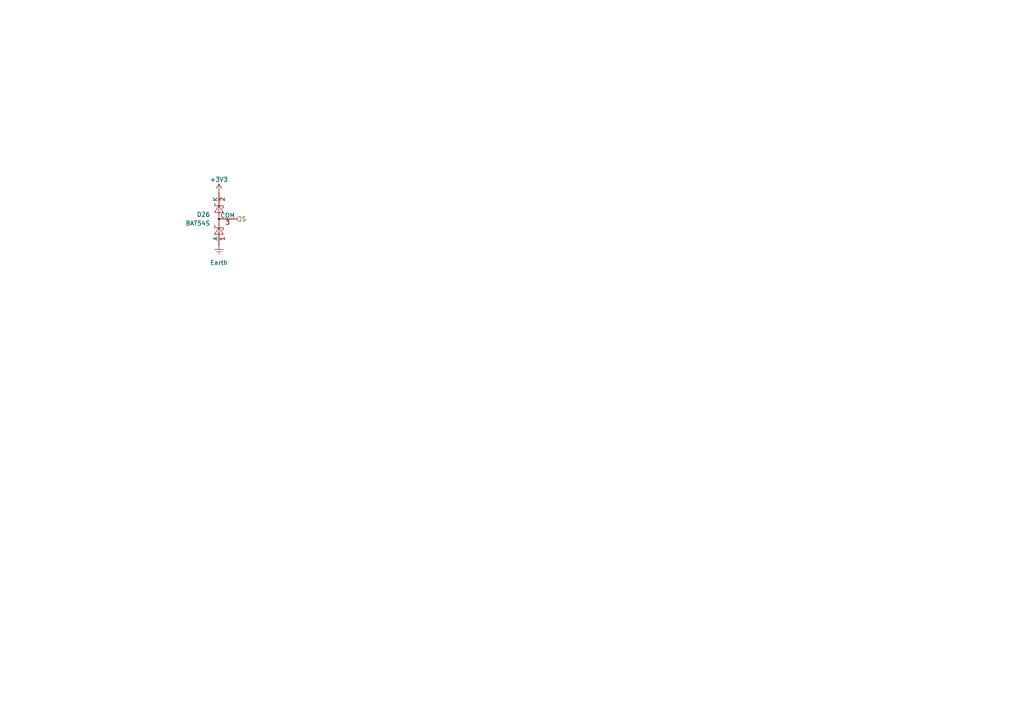
<source format=kicad_sch>
(kicad_sch (version 20231120) (generator "eeschema") (generator_version "8.0")
  (paper "A4")
  (lib_symbols
    (symbol "Diode:BAT54S" (pin_names (offset 0))
      (property "Reference" "D" (at 2.54 -5.08 0))
      (property "Value" "BAT54S" (at -6.35 3.175 0))
      (symbol "BAT54S_0_1"
        (polyline (pts (xy -3.81 0) (xy -1.27 0)))
        (polyline (pts (xy -3.175 -1.27) (xy -3.175 -1.016)))
        (polyline (pts (xy -2.54 -1.27) (xy -3.175 -1.27)))
        (polyline (pts (xy -2.54 -1.27) (xy -2.54 1.27)))
        (polyline (pts (xy -2.54 1.27) (xy -1.905 1.27)))
        (polyline (pts (xy -1.905 0) (xy 1.905 0)))
        (polyline (pts (xy -1.905 1.27) (xy -1.905 1.016)))
        (polyline (pts (xy 1.27 0) (xy 3.81 0)))
        (polyline (pts (xy 3.175 -1.27) (xy 3.175 -1.016)))
        (polyline (pts (xy 3.81 -1.27) (xy 3.175 -1.27)))
        (polyline (pts (xy 3.81 -1.27) (xy 3.81 1.27)))
        (polyline (pts (xy 3.81 1.27) (xy 4.445 1.27)))
        (polyline (pts (xy 4.445 1.27) (xy 4.445 1.016)))
        (polyline (pts (xy -4.445 1.27) (xy -4.445 -1.27) (xy -2.54 0) (xy -4.445 1.27)))
        (polyline (pts (xy 1.905 1.27) (xy 1.905 -1.27) (xy 3.81 0) (xy 1.905 1.27)))
        (circle (center 0 0) (radius 0.254) (fill (type outline)))
      )
      (symbol "BAT54S_1_1"
        (pin passive line (at -7.62 0 0) (length 3.81) (name "A") (number "1"))
        (pin passive line (at 7.62 0 180) (length 3.81) (name "K") (number "2"))
        (pin passive line (at 0 -5.08 90) (length 5.08) (name "COM") (number "3"))
      )
    )
    (symbol "power:+3V3" (power) (pin_numbers hide) (pin_names (offset 0) hide)
      (property "Value" "+3V3" (at 0 3.556 0))
      (symbol "+3V3_0_1"
        (polyline (pts (xy -0.762 1.27) (xy 0 2.54)))
        (polyline (pts (xy 0 0) (xy 0 2.54)))
        (polyline (pts (xy 0 2.54) (xy 0.762 1.27)))
      )
      (symbol "+3V3_1_1"
        (pin power_in line (at 0 0 90) (length 0) (name "~") (number "1"))
      )
    )
    (symbol "power:Earth" (power) (pin_numbers hide) (pin_names (offset 0) hide)
      (property "Value" "Earth" (at 0 -3.81 0))
      (symbol "Earth_0_1"
        (polyline (pts (xy -0.635 -1.905) (xy 0.635 -1.905)))
        (polyline (pts (xy -0.127 -2.54) (xy 0.127 -2.54)))
        (polyline (pts (xy 0 -1.27) (xy 0 0)))
        (polyline (pts (xy 1.27 -1.27) (xy -1.27 -1.27)))
      )
      (symbol "Earth_1_1"
        (pin power_in line (at 0 0 270) (length 0) (name "~") (number "1"))
      )
    )
  )
  (hierarchical_label "S" (shape input) (at 68.58 63.5 0))
  (symbol (lib_id "Diode:BAT54S") (at 63.5 63.5 90) (unit 1)
    (property "Reference" "D26" (at 60.96 62.2299 90) (effects (justify left)))
    (property "Value" "BAT54S" (at 60.96 64.7699 90) (effects (justify left)))
    (property "Footprint" "Package_TO_SOT_SMD:SOT-23" (effects (hide yes)))
    (property "Datasheet" "https://www.diodes.com/assets/Datasheets/ds11005.pdf" (effects (hide yes)))
    (property "Description" "Vr 30V, If 200mA, Dual schottky barrier diode, in series, SOT-323" (effects (hide yes)))
    (instances (project "controller" (path "" (reference "D26") (unit 1)) (path "" (reference "D25") (unit 1))))
  )
  (symbol (lib_id "power:+3V3") (at 63.5 55.88 0) (unit 1)
    (property "Reference" "#PWR0117" (effects (hide yes)))
    (property "Value" "+3V3" (at 63.5 52.07 0))
    (property "Description" "Power symbol creates a global label with name \"+3V3\"" (effects (hide yes)))
    (instances (project "controller" (path "" (reference "#PWR0117") (unit 1)) (path "" (reference "#PWR0108") (unit 1))))
  )
  (symbol (lib_id "power:Earth") (at 63.5 71.12 0) (unit 1)
    (property "Reference" "#PWR0118" (effects (hide yes)))
    (property "Value" "Earth" (at 63.5 76.2 0))
    (property "Description" "Power symbol creates a global label with name \"Earth\"" (effects (hide yes)))
    (instances (project "controller" (path "" (reference "#PWR0118") (unit 1)) (path "" (reference "#PWR0116") (unit 1))))
  )
)
</source>
